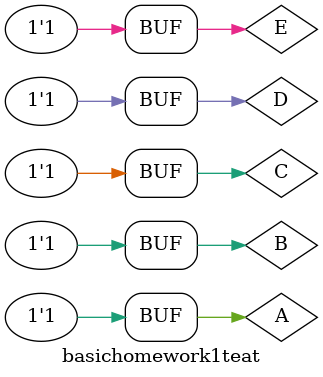
<source format=v>
`timescale 1ns / 1ps


module basichomework1teat;

	// Inputs
	reg A;
	reg B;
	reg C;
	reg D;
	reg E;

	// Outputs
	wire Y;

	// Instantiate the Unit Under Test (UUT)
	basichomework1 uut (
		.Y(Y), 
		.A(A), 
		.B(B), 
		.C(C), 
		.D(D), 
		.E(E)
	);

	initial begin
		// Initialize Inputs
		A = 0;
		B = 0;
		C = 0;
		D = 0;
		E = 0;

		// Wait 100 ns for global reset to finish
		#100;
        
		// Add stimulus here
		#200;
		A=1;B=0;C=0;D=0;E=0;
		
		#200;
		A=0;B=1;C=0;D=0;E=0;
		
		#200;
		A=0;B=0;C=1;D=0;E=0;
		
		#200;
		A=0;B=0;C=0;D=1;E=1;
		
		#200;
		A=1;B=0;C=0;D=0;E=1;
		
		#200;
		A=1;B=0;C=1;D=0;E=1;
		
		#200;
		A=0;B=1;C=1;D=1;E=0;
		
		#200;
		A=0;B=1;C=0;D=1;E=1;
		
		#200;
		A=1;B=1;C=1;D=1;E=1;
		
		
	end
      
endmodule


</source>
